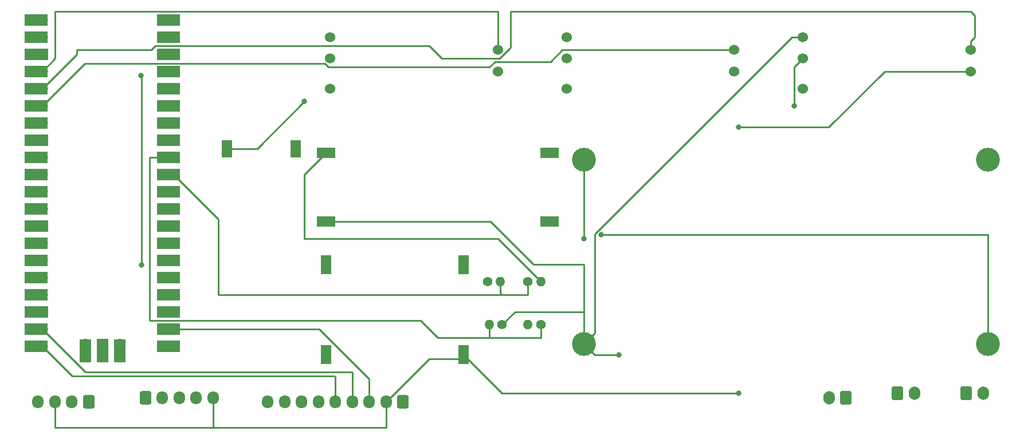
<source format=gbr>
%TF.GenerationSoftware,KiCad,Pcbnew,(7.0.0)*%
%TF.CreationDate,2023-05-30T23:08:45+10:00*%
%TF.ProjectId,spot-welder,73706f74-2d77-4656-9c64-65722e6b6963,rev?*%
%TF.SameCoordinates,Original*%
%TF.FileFunction,Copper,L1,Top*%
%TF.FilePolarity,Positive*%
%FSLAX46Y46*%
G04 Gerber Fmt 4.6, Leading zero omitted, Abs format (unit mm)*
G04 Created by KiCad (PCBNEW (7.0.0)) date 2023-05-30 23:08:45*
%MOMM*%
%LPD*%
G01*
G04 APERTURE LIST*
G04 Aperture macros list*
%AMRoundRect*
0 Rectangle with rounded corners*
0 $1 Rounding radius*
0 $2 $3 $4 $5 $6 $7 $8 $9 X,Y pos of 4 corners*
0 Add a 4 corners polygon primitive as box body*
4,1,4,$2,$3,$4,$5,$6,$7,$8,$9,$2,$3,0*
0 Add four circle primitives for the rounded corners*
1,1,$1+$1,$2,$3*
1,1,$1+$1,$4,$5*
1,1,$1+$1,$6,$7*
1,1,$1+$1,$8,$9*
0 Add four rect primitives between the rounded corners*
20,1,$1+$1,$2,$3,$4,$5,0*
20,1,$1+$1,$4,$5,$6,$7,0*
20,1,$1+$1,$6,$7,$8,$9,0*
20,1,$1+$1,$8,$9,$2,$3,0*%
G04 Aperture macros list end*
%TA.AperFunction,ComponentPad*%
%ADD10R,1.524000X2.524000*%
%TD*%
%TA.AperFunction,ComponentPad*%
%ADD11C,1.400000*%
%TD*%
%TA.AperFunction,ComponentPad*%
%ADD12O,1.400000X1.400000*%
%TD*%
%TA.AperFunction,ComponentPad*%
%ADD13C,3.524000*%
%TD*%
%TA.AperFunction,ComponentPad*%
%ADD14RoundRect,0.250000X0.600000X0.725000X-0.600000X0.725000X-0.600000X-0.725000X0.600000X-0.725000X0*%
%TD*%
%TA.AperFunction,ComponentPad*%
%ADD15O,1.700000X1.950000*%
%TD*%
%TA.AperFunction,ComponentPad*%
%ADD16RoundRect,0.250000X-0.600000X-0.725000X0.600000X-0.725000X0.600000X0.725000X-0.600000X0.725000X0*%
%TD*%
%TA.AperFunction,ComponentPad*%
%ADD17R,2.667000X1.524000*%
%TD*%
%TA.AperFunction,ComponentPad*%
%ADD18RoundRect,0.250000X-0.600000X-0.750000X0.600000X-0.750000X0.600000X0.750000X-0.600000X0.750000X0*%
%TD*%
%TA.AperFunction,ComponentPad*%
%ADD19O,1.700000X2.000000*%
%TD*%
%TA.AperFunction,ComponentPad*%
%ADD20R,1.524000X1.524000*%
%TD*%
%TA.AperFunction,ComponentPad*%
%ADD21O,1.700000X1.700000*%
%TD*%
%TA.AperFunction,SMDPad,CuDef*%
%ADD22R,3.500000X1.700000*%
%TD*%
%TA.AperFunction,ComponentPad*%
%ADD23R,1.700000X1.700000*%
%TD*%
%TA.AperFunction,SMDPad,CuDef*%
%ADD24R,1.700000X3.500000*%
%TD*%
%TA.AperFunction,ComponentPad*%
%ADD25RoundRect,0.250000X0.600000X0.750000X-0.600000X0.750000X-0.600000X-0.750000X0.600000X-0.750000X0*%
%TD*%
%TA.AperFunction,ComponentPad*%
%ADD26C,1.524000*%
%TD*%
%TA.AperFunction,ViaPad*%
%ADD27C,0.800000*%
%TD*%
%TA.AperFunction,Conductor*%
%ADD28C,0.250000*%
%TD*%
G04 APERTURE END LIST*
D10*
%TO.P,MOD1,1,+VOut*%
%TO.N,VCC*%
X56514999Y-34289999D03*
%TO.P,MOD1,2,-VOut*%
%TO.N,GND*%
X46354999Y-34289999D03*
%TD*%
D11*
%TO.P,R1,1*%
%TO.N,Net-(U1-GPIO27_ADC1)*%
X92705000Y-60325000D03*
D12*
%TO.P,R1,2*%
%TO.N,Net-(MOD2-Vout-)*%
X90804999Y-60324999D03*
%TD*%
D13*
%TO.P,MOD2,1,VIn+*%
%TO.N,VCC*%
X158750000Y-63182500D03*
%TO.P,MOD2,2,Vin-*%
%TO.N,Net-(MOD2-Vin-)*%
X158750000Y-35877500D03*
%TO.P,MOD2,3,Vout+*%
%TO.N,Net-(J4-Pin_1)*%
X99060000Y-63182500D03*
%TO.P,MOD2,4,Vout-*%
%TO.N,Net-(MOD2-Vout-)*%
X99060000Y-35877500D03*
%TD*%
D14*
%TO.P,J2,1,Pin_1*%
%TO.N,+3.3V*%
X72350000Y-71755000D03*
D15*
%TO.P,J2,2,Pin_2*%
%TO.N,Net-(J1-Pin_5)*%
X69849999Y-71754999D03*
%TO.P,J2,3,Pin_3*%
%TO.N,Net-(J2-Pin_3)*%
X67349999Y-71754999D03*
%TO.P,J2,4,Pin_4*%
%TO.N,Net-(J2-Pin_4)*%
X64849999Y-71754999D03*
%TO.P,J2,5,Pin_5*%
%TO.N,Net-(J2-Pin_5)*%
X62349999Y-71754999D03*
%TO.P,J2,6,Pin_6*%
%TO.N,Net-(J2-Pin_6)*%
X59849999Y-71754999D03*
%TO.P,J2,7,Pin_7*%
%TO.N,Net-(J2-Pin_7)*%
X57349999Y-71754999D03*
%TO.P,J2,8,Pin_8*%
%TO.N,+3.3V*%
X54849999Y-71754999D03*
%TO.P,J2,9,Pin_9*%
%TO.N,Net-(J2-Pin_9)*%
X52349999Y-71754999D03*
%TD*%
D16*
%TO.P,J1,1,Pin_1*%
%TO.N,Net-(J1-Pin_1)*%
X34290000Y-71120000D03*
D15*
%TO.P,J1,2,Pin_2*%
%TO.N,Net-(J1-Pin_2)*%
X36789999Y-71119999D03*
%TO.P,J1,3,Pin_3*%
%TO.N,Net-(J1-Pin_3)*%
X39289999Y-71119999D03*
%TO.P,J1,4,Pin_4*%
%TO.N,+3.3V*%
X41789999Y-71119999D03*
%TO.P,J1,5,Pin_5*%
%TO.N,Net-(J1-Pin_5)*%
X44289999Y-71119999D03*
%TD*%
D17*
%TO.P,MOD6,1,VIn+*%
%TO.N,Net-(J4-Pin_1)*%
X60959999Y-45084999D03*
%TO.P,MOD6,2,VIn-*%
%TO.N,Net-(MOD2-Vout-)*%
X60959999Y-34924999D03*
%TO.P,MOD6,3,VOut+*%
%TO.N,+12V*%
X93979999Y-45084999D03*
%TO.P,MOD6,4,VOut-*%
%TO.N,Net-(MOD6-VOut-)*%
X93979999Y-34924999D03*
%TD*%
D18*
%TO.P,J6,1,Pin_1*%
%TO.N,Net-(J6-Pin_1)*%
X145415000Y-70485000D03*
D19*
%TO.P,J6,2,Pin_2*%
%TO.N,+12V*%
X147914999Y-70484999D03*
%TD*%
D20*
%TO.P,MOD4,1,VIn+*%
%TO.N,VCC*%
X60959999Y-50799999D03*
X60959999Y-52069999D03*
%TO.P,MOD4,2,VIn-*%
%TO.N,GND*%
X60959999Y-64134999D03*
X60959999Y-65404999D03*
%TO.P,MOD4,3,VOut+*%
%TO.N,+3.3V*%
X81279999Y-50799999D03*
X81279999Y-52069999D03*
%TO.P,MOD4,4,VOut-*%
%TO.N,Net-(J1-Pin_5)*%
X81279999Y-64134999D03*
X81279999Y-65404999D03*
%TD*%
D11*
%TO.P,R3,1*%
%TO.N,Net-(U1-GPIO26_ADC0)*%
X90805000Y-53975000D03*
D12*
%TO.P,R3,2*%
%TO.N,Net-(MOD2-Vout-)*%
X92704999Y-53974999D03*
%TD*%
D21*
%TO.P,U1,1,GPIO0*%
%TO.N,Net-(J3-Pin_1)*%
X19049999Y-15239999D03*
D22*
X18149999Y-15239999D03*
D21*
%TO.P,U1,2,GPIO1*%
%TO.N,Net-(J3-Pin_2)*%
X19049999Y-17779999D03*
D22*
X18149999Y-17779999D03*
D23*
%TO.P,U1,3,GND*%
%TO.N,Net-(J1-Pin_5)*%
X19049999Y-20319999D03*
D22*
X18149999Y-20319999D03*
D21*
%TO.P,U1,4,GPIO2*%
%TO.N,Net-(MOD3-Trigger+)*%
X19049999Y-22859999D03*
D22*
X18149999Y-22859999D03*
D21*
%TO.P,U1,5,GPIO3*%
%TO.N,Net-(MOD5-Trigger+)*%
X19049999Y-25399999D03*
D22*
X18149999Y-25399999D03*
D21*
%TO.P,U1,6,GPIO4*%
%TO.N,Net-(MOD7-Trigger+)*%
X19049999Y-27939999D03*
D22*
X18149999Y-27939999D03*
D21*
%TO.P,U1,7,GPIO5*%
%TO.N,unconnected-(U1-GPIO5-Pad7)*%
X19049999Y-30479999D03*
D22*
X18149999Y-30479999D03*
D23*
%TO.P,U1,8,GND*%
%TO.N,unconnected-(U1-GND-Pad8)*%
X19049999Y-33019999D03*
D22*
X18149999Y-33019999D03*
D21*
%TO.P,U1,9,GPIO6*%
%TO.N,unconnected-(U1-GPIO6-Pad9)*%
X19049999Y-35559999D03*
D22*
X18149999Y-35559999D03*
D21*
%TO.P,U1,10,GPIO7*%
%TO.N,unconnected-(U1-GPIO7-Pad10)*%
X19049999Y-38099999D03*
D22*
X18149999Y-38099999D03*
D21*
%TO.P,U1,11,GPIO8*%
%TO.N,unconnected-(U1-GPIO8-Pad11)*%
X19049999Y-40639999D03*
D22*
X18149999Y-40639999D03*
D21*
%TO.P,U1,12,GPIO9*%
%TO.N,unconnected-(U1-GPIO9-Pad12)*%
X19049999Y-43179999D03*
D22*
X18149999Y-43179999D03*
D23*
%TO.P,U1,13,GND*%
%TO.N,unconnected-(U1-GND-Pad13)*%
X19049999Y-45719999D03*
D22*
X18149999Y-45719999D03*
D21*
%TO.P,U1,14,GPIO10*%
%TO.N,unconnected-(U1-GPIO10-Pad14)*%
X19049999Y-48259999D03*
D22*
X18149999Y-48259999D03*
D21*
%TO.P,U1,15,GPIO11*%
%TO.N,unconnected-(U1-GPIO11-Pad15)*%
X19049999Y-50799999D03*
D22*
X18149999Y-50799999D03*
D21*
%TO.P,U1,16,GPIO12*%
%TO.N,unconnected-(U1-GPIO12-Pad16)*%
X19049999Y-53339999D03*
D22*
X18149999Y-53339999D03*
D21*
%TO.P,U1,17,GPIO13*%
%TO.N,unconnected-(U1-GPIO13-Pad17)*%
X19049999Y-55879999D03*
D22*
X18149999Y-55879999D03*
D23*
%TO.P,U1,18,GND*%
%TO.N,unconnected-(U1-GND-Pad18)*%
X19049999Y-58419999D03*
D22*
X18149999Y-58419999D03*
D21*
%TO.P,U1,19,GPIO14*%
%TO.N,Net-(J2-Pin_4)*%
X19049999Y-60959999D03*
D22*
X18149999Y-60959999D03*
D21*
%TO.P,U1,20,GPIO15*%
%TO.N,Net-(J2-Pin_5)*%
X19049999Y-63499999D03*
D22*
X18149999Y-63499999D03*
D21*
%TO.P,U1,21,GPIO16*%
%TO.N,Net-(J2-Pin_9)*%
X36829999Y-63499999D03*
D22*
X37729999Y-63499999D03*
D21*
%TO.P,U1,22,GPIO17*%
%TO.N,Net-(J2-Pin_3)*%
X36829999Y-60959999D03*
D22*
X37729999Y-60959999D03*
D23*
%TO.P,U1,23,GND*%
%TO.N,unconnected-(U1-GND-Pad23)*%
X36829999Y-58419999D03*
D22*
X37729999Y-58419999D03*
D21*
%TO.P,U1,24,GPIO18*%
%TO.N,Net-(J2-Pin_7)*%
X36829999Y-55879999D03*
D22*
X37729999Y-55879999D03*
D21*
%TO.P,U1,25,GPIO19*%
%TO.N,Net-(J2-Pin_6)*%
X36829999Y-53339999D03*
D22*
X37729999Y-53339999D03*
D21*
%TO.P,U1,26,GPIO20*%
%TO.N,Net-(J1-Pin_3)*%
X36829999Y-50799999D03*
D22*
X37729999Y-50799999D03*
D21*
%TO.P,U1,27,GPIO21*%
%TO.N,Net-(J1-Pin_2)*%
X36829999Y-48259999D03*
D22*
X37729999Y-48259999D03*
D23*
%TO.P,U1,28,GND*%
%TO.N,unconnected-(U1-GND-Pad28)*%
X36829999Y-45719999D03*
D22*
X37729999Y-45719999D03*
D21*
%TO.P,U1,29,GPIO22*%
%TO.N,Net-(J1-Pin_1)*%
X36829999Y-43179999D03*
D22*
X37729999Y-43179999D03*
D21*
%TO.P,U1,30,RUN*%
%TO.N,unconnected-(U1-RUN-Pad30)*%
X36829999Y-40639999D03*
D22*
X37729999Y-40639999D03*
D21*
%TO.P,U1,31,GPIO26_ADC0*%
%TO.N,Net-(U1-GPIO26_ADC0)*%
X36829999Y-38099999D03*
D22*
X37729999Y-38099999D03*
D21*
%TO.P,U1,32,GPIO27_ADC1*%
%TO.N,Net-(U1-GPIO27_ADC1)*%
X36829999Y-35559999D03*
D22*
X37729999Y-35559999D03*
D23*
%TO.P,U1,33,AGND*%
%TO.N,unconnected-(U1-AGND-Pad33)*%
X36829999Y-33019999D03*
D22*
X37729999Y-33019999D03*
D21*
%TO.P,U1,34,GPIO28_ADC2*%
%TO.N,unconnected-(U1-GPIO28_ADC2-Pad34)*%
X36829999Y-30479999D03*
D22*
X37729999Y-30479999D03*
D21*
%TO.P,U1,35,ADC_VREF*%
%TO.N,unconnected-(U1-ADC_VREF-Pad35)*%
X36829999Y-27939999D03*
D22*
X37729999Y-27939999D03*
D21*
%TO.P,U1,36,3V3*%
%TO.N,unconnected-(U1-3V3-Pad36)*%
X36829999Y-25399999D03*
D22*
X37729999Y-25399999D03*
D21*
%TO.P,U1,37,3V3_EN*%
%TO.N,unconnected-(U1-3V3_EN-Pad37)*%
X36829999Y-22859999D03*
D22*
X37729999Y-22859999D03*
D23*
%TO.P,U1,38,GND*%
%TO.N,unconnected-(U1-GND-Pad38)*%
X36829999Y-20319999D03*
D22*
X37729999Y-20319999D03*
D21*
%TO.P,U1,39,VSYS*%
%TO.N,+3.3V*%
X36829999Y-17779999D03*
D22*
X37729999Y-17779999D03*
D21*
%TO.P,U1,40,VBUS*%
X36829999Y-15239999D03*
D22*
X37729999Y-15239999D03*
D21*
%TO.P,U1,41,SWCLK*%
%TO.N,unconnected-(U1-SWCLK-Pad41)*%
X25399999Y-63269999D03*
D24*
X25399999Y-64169999D03*
D23*
%TO.P,U1,42,GND*%
%TO.N,unconnected-(U1-GND-Pad42)*%
X27939999Y-63269999D03*
D24*
X27939999Y-64169999D03*
D21*
%TO.P,U1,43,SWDIO*%
%TO.N,unconnected-(U1-SWDIO-Pad43)*%
X30479999Y-63269999D03*
D24*
X30479999Y-64169999D03*
%TD*%
D11*
%TO.P,R4,1*%
%TO.N,Net-(J5-Pin_1)*%
X84820000Y-53975000D03*
D12*
%TO.P,R4,2*%
%TO.N,Net-(U1-GPIO26_ADC0)*%
X86719999Y-53974999D03*
%TD*%
D11*
%TO.P,R2,1*%
%TO.N,Net-(J4-Pin_1)*%
X86990000Y-60325000D03*
D12*
%TO.P,R2,2*%
%TO.N,Net-(U1-GPIO27_ADC1)*%
X85089999Y-60324999D03*
%TD*%
D14*
%TO.P,J3,1,Pin_1*%
%TO.N,Net-(J3-Pin_1)*%
X25915000Y-71755000D03*
D15*
%TO.P,J3,2,Pin_2*%
%TO.N,Net-(J3-Pin_2)*%
X23414999Y-71754999D03*
%TO.P,J3,3,Pin_3*%
%TO.N,Net-(J1-Pin_5)*%
X20914999Y-71754999D03*
%TO.P,J3,4,Pin_4*%
%TO.N,+3.3V*%
X18414999Y-71754999D03*
%TD*%
D25*
%TO.P,J4,1,Pin_1*%
%TO.N,Net-(J4-Pin_1)*%
X137795000Y-71120000D03*
D19*
%TO.P,J4,2,Pin_2*%
%TO.N,Net-(J4-Pin_2)*%
X135294999Y-71119999D03*
%TD*%
D18*
%TO.P,J5,1,Pin_1*%
%TO.N,Net-(J5-Pin_1)*%
X155575000Y-70485000D03*
D19*
%TO.P,J5,2*%
%TO.N,N/C*%
X158074999Y-70484999D03*
%TD*%
D26*
%TO.P,MOD3,1,Trigger+*%
%TO.N,Net-(MOD3-Trigger+)*%
X86360000Y-19685000D03*
%TO.P,MOD3,2,Trigger-*%
%TO.N,GND*%
X86360000Y-22860000D03*
%TO.P,MOD3,3,V+*%
%TO.N,VCC*%
X61595000Y-17780000D03*
%TO.P,MOD3,4,V-*%
%TO.N,GND*%
X61595000Y-25400000D03*
%TO.P,MOD3,5,Load*%
%TO.N,Net-(MOD2-Vin-)*%
X61595000Y-20955000D03*
%TD*%
%TO.P,MOD7,1,Trigger+*%
%TO.N,Net-(MOD7-Trigger+)*%
X121285000Y-19685000D03*
%TO.P,MOD7,2,Trigger-*%
%TO.N,Net-(J1-Pin_5)*%
X121285000Y-22860000D03*
%TO.P,MOD7,3,V+*%
%TO.N,+12V*%
X96520000Y-17780000D03*
%TO.P,MOD7,4,V-*%
%TO.N,Net-(MOD6-VOut-)*%
X96520000Y-25400000D03*
%TO.P,MOD7,5,Load*%
%TO.N,Net-(J6-Pin_1)*%
X96520000Y-20955000D03*
%TD*%
%TO.P,MOD5,1,Trigger+*%
%TO.N,Net-(MOD5-Trigger+)*%
X156210000Y-19685000D03*
%TO.P,MOD5,2,Trigger-*%
%TO.N,Net-(J1-Pin_5)*%
X156210000Y-22860000D03*
%TO.P,MOD5,3,V+*%
%TO.N,Net-(J4-Pin_1)*%
X131445000Y-17780000D03*
%TO.P,MOD5,4,V-*%
%TO.N,Net-(MOD2-Vout-)*%
X131445000Y-25400000D03*
%TO.P,MOD5,5,Load*%
%TO.N,Net-(J4-Pin_2)*%
X131445000Y-20955000D03*
%TD*%
D27*
%TO.N,VCC*%
X101600000Y-46990000D03*
%TO.N,GND*%
X57785000Y-27305000D03*
%TO.N,Net-(MOD2-Vout-)*%
X99060000Y-47625000D03*
%TO.N,+3.3V*%
X33655000Y-23495000D03*
X33744500Y-51524500D03*
%TO.N,Net-(J1-Pin_5)*%
X121920000Y-31115000D03*
X121920000Y-70485000D03*
%TO.N,Net-(J4-Pin_1)*%
X104229500Y-64770000D03*
%TO.N,Net-(J4-Pin_2)*%
X130175000Y-27940000D03*
%TD*%
D28*
%TO.N,VCC*%
X158750000Y-46990000D02*
X158750000Y-63182500D01*
X101600000Y-46990000D02*
X158750000Y-46990000D01*
%TO.N,GND*%
X57785000Y-27305000D02*
X50800000Y-34290000D01*
X50800000Y-34290000D02*
X46355000Y-34290000D01*
%TO.N,Net-(J2-Pin_3)*%
X67350000Y-68351000D02*
X59959000Y-60960000D01*
X59959000Y-60960000D02*
X36830000Y-60960000D01*
X67350000Y-71755000D02*
X67350000Y-68351000D01*
%TO.N,Net-(MOD2-Vout-)*%
X57785000Y-47625000D02*
X86355000Y-47625000D01*
X99060000Y-47625000D02*
X99060000Y-35877500D01*
X57785000Y-38100000D02*
X57785000Y-47625000D01*
X60960000Y-34925000D02*
X57785000Y-38100000D01*
X86355000Y-47625000D02*
X92705000Y-53975000D01*
%TO.N,Net-(J2-Pin_4)*%
X64770000Y-67310000D02*
X64850000Y-67390000D01*
X64850000Y-67390000D02*
X64850000Y-71755000D01*
X25400000Y-67310000D02*
X64770000Y-67310000D01*
X19050000Y-60960000D02*
X25400000Y-67310000D01*
%TO.N,+3.3V*%
X33744500Y-23584500D02*
X33655000Y-23495000D01*
X33744500Y-51524500D02*
X33744500Y-23584500D01*
%TO.N,Net-(J1-Pin_5)*%
X44290000Y-75405000D02*
X44290000Y-71120000D01*
X81280000Y-65405000D02*
X81370000Y-65495000D01*
X135255000Y-31115000D02*
X132080000Y-31115000D01*
X76200000Y-65405000D02*
X81280000Y-65405000D01*
X20955000Y-75565000D02*
X44450000Y-75565000D01*
X132080000Y-31115000D02*
X126365000Y-31115000D01*
X156210000Y-22860000D02*
X143510000Y-22860000D01*
X44450000Y-75565000D02*
X69850000Y-75565000D01*
X81370000Y-65495000D02*
X82005000Y-65495000D01*
X69850000Y-71755000D02*
X76200000Y-65405000D01*
X82005000Y-65495000D02*
X86995000Y-70485000D01*
X44450000Y-75565000D02*
X44290000Y-75405000D01*
X20915000Y-75525000D02*
X20955000Y-75565000D01*
X86995000Y-70485000D02*
X121920000Y-70485000D01*
X69850000Y-75565000D02*
X69850000Y-71755000D01*
X20915000Y-71755000D02*
X20915000Y-75525000D01*
X143510000Y-22860000D02*
X135255000Y-31115000D01*
X126365000Y-31115000D02*
X121920000Y-31115000D01*
%TO.N,Net-(J2-Pin_5)*%
X62350000Y-68065000D02*
X62350000Y-71755000D01*
X23495000Y-67945000D02*
X62230000Y-67945000D01*
X62230000Y-67945000D02*
X62350000Y-68065000D01*
X19050000Y-63500000D02*
X23495000Y-67945000D01*
%TO.N,Net-(J4-Pin_1)*%
X100647500Y-64770000D02*
X99060000Y-63182500D01*
X99060000Y-63182500D02*
X99060000Y-58420000D01*
X99060000Y-51435000D02*
X99060000Y-58420000D01*
X88895000Y-58420000D02*
X99060000Y-58420000D01*
X129784695Y-17780000D02*
X100647500Y-46917195D01*
X60960000Y-45085000D02*
X85264569Y-45085000D01*
X100647500Y-61595000D02*
X99060000Y-63182500D01*
X104229500Y-64770000D02*
X100647500Y-64770000D01*
X131445000Y-17780000D02*
X129784695Y-17780000D01*
X85264569Y-45085000D02*
X91614569Y-51435000D01*
X100647500Y-46917195D02*
X100647500Y-61595000D01*
X91614569Y-51435000D02*
X99060000Y-51435000D01*
X86990000Y-60325000D02*
X88895000Y-58420000D01*
%TO.N,Net-(J4-Pin_2)*%
X130175000Y-27940000D02*
X130175000Y-22225000D01*
X130175000Y-22225000D02*
X131445000Y-20955000D01*
%TO.N,Net-(MOD3-Trigger+)*%
X19050000Y-22860000D02*
X20955000Y-20955000D01*
X20955000Y-13970000D02*
X86360000Y-13970000D01*
X86360000Y-13970000D02*
X86360000Y-19685000D01*
X20955000Y-20955000D02*
X20955000Y-13970000D01*
%TO.N,Net-(MOD5-Trigger+)*%
X19050000Y-25400000D02*
X24130000Y-20320000D01*
X156845000Y-17780000D02*
X156210000Y-18415000D01*
X88265000Y-13970000D02*
X156210000Y-13970000D01*
X156210000Y-18415000D02*
X156210000Y-19685000D01*
X78105000Y-20955000D02*
X86627251Y-20955000D01*
X156845000Y-14605000D02*
X156845000Y-17780000D01*
X24130000Y-19685000D02*
X35115000Y-19685000D01*
X35115000Y-19685000D02*
X35750000Y-19050000D01*
X156210000Y-13970000D02*
X156845000Y-14605000D01*
X35750000Y-19050000D02*
X76200000Y-19050000D01*
X24130000Y-20320000D02*
X24130000Y-19685000D01*
X76200000Y-19050000D02*
X78105000Y-20955000D01*
X88265000Y-19317251D02*
X88265000Y-13970000D01*
X86627251Y-20955000D02*
X88265000Y-19317251D01*
%TO.N,Net-(MOD7-Trigger+)*%
X94165000Y-21405000D02*
X95885000Y-19685000D01*
X95885000Y-19685000D02*
X121285000Y-19685000D01*
X60787749Y-21685000D02*
X61327749Y-22225000D01*
X19050000Y-27940000D02*
X25305000Y-21685000D01*
X61327749Y-22225000D02*
X85090000Y-22225000D01*
X25305000Y-21685000D02*
X60787749Y-21685000D01*
X85910000Y-21405000D02*
X94165000Y-21405000D01*
X85090000Y-22225000D02*
X85910000Y-21405000D01*
%TO.N,Net-(U1-GPIO27_ADC1)*%
X77470000Y-62230000D02*
X85090000Y-62230000D01*
X92710000Y-62230000D02*
X92705000Y-62225000D01*
X85090000Y-62230000D02*
X85090000Y-60325000D01*
X34925000Y-59690000D02*
X74930000Y-59690000D01*
X34925000Y-35560000D02*
X34925000Y-59690000D01*
X92705000Y-62225000D02*
X92705000Y-60325000D01*
X36830000Y-35560000D02*
X34925000Y-35560000D01*
X85090000Y-62230000D02*
X92710000Y-62230000D01*
X74930000Y-59690000D02*
X77470000Y-62230000D01*
%TO.N,Net-(U1-GPIO26_ADC0)*%
X38440000Y-38100000D02*
X45085000Y-44745000D01*
X86720000Y-55605000D02*
X86720000Y-53975000D01*
X90805000Y-55880000D02*
X90805000Y-53975000D01*
X45085000Y-44745000D02*
X45085000Y-55880000D01*
X45085000Y-55880000D02*
X86995000Y-55880000D01*
X86995000Y-55880000D02*
X86720000Y-55605000D01*
X86995000Y-55880000D02*
X90805000Y-55880000D01*
%TD*%
M02*

</source>
